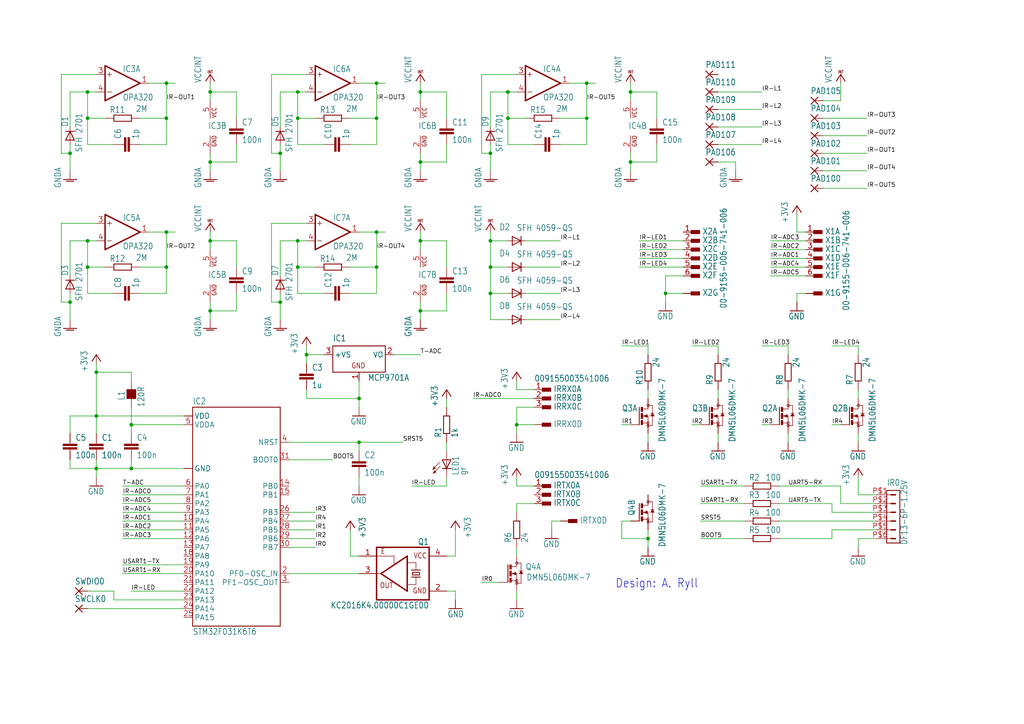
<source format=kicad_sch>
(kicad_sch (version 20250114) (generator "eeschema") (generator_version "9.0")
  (paper "A4")
  (text "Design: A. Ryll" (at 178.435 170.815 0) (effects (font (size 2.54 2.159)) (justify left bottom)))
  (junction (at 60.96 90.17))
  (junction (at 27.94 120.65))
  (junction (at 149.86 123.19))
  (junction (at 182.88 26.67))
  (junction (at 142.24 85.09))
  (junction (at 147.32 26.67))
  (junction (at 88.9 102.87))
  (junction (at 38.1 123.19))
  (junction (at 142.24 69.85))
  (junction (at 187.96 156.21))
  (junction (at 170.18 24.13))
  (junction (at 193.04 85.09))
  (junction (at 147.32 34.29))
  (junction (at 109.22 67.31))
  (junction (at 27.94 135.89))
  (junction (at 38.1 135.89))
  (junction (at 121.92 90.17))
  (junction (at 170.18 34.29))
  (junction (at 81.28 87.63))
  (junction (at 121.92 26.67))
  (junction (at 86.36 34.29))
  (junction (at 182.88 46.99))
  (junction (at 48.26 67.31))
  (junction (at 20.32 44.45))
  (junction (at 142.24 44.45))
  (junction (at 60.96 69.85))
  (junction (at 104.14 128.27))
  (junction (at 25.4 69.85))
  (junction (at 121.92 69.85))
  (junction (at 104.14 115.57))
  (junction (at 60.96 26.67))
  (junction (at 86.36 69.85))
  (junction (at 81.28 44.45))
  (junction (at 142.24 77.47))
  (junction (at 20.32 87.63))
  (junction (at 48.26 77.47))
  (junction (at 86.36 26.67))
  (junction (at 27.94 107.95))
  (junction (at 109.22 24.13))
  (junction (at 86.36 77.47))
  (junction (at 121.92 46.99))
  (junction (at 25.4 26.67))
  (junction (at 25.4 34.29))
  (junction (at 48.26 34.29))
  (junction (at 60.96 46.99))
  (junction (at 25.4 77.47))
  (junction (at 109.22 77.47))
  (junction (at 48.26 24.13))
  (junction (at 109.22 34.29))
  (wire (pts (xy 142.24 92.71) (xy 142.24 85.09)) (stroke (width 0.1524)))
  (wire (pts (xy 81.28 26.67) (xy 86.36 26.67)) (stroke (width 0.1524)))
  (wire (pts (xy 152.4 85.09) (xy 162.56 85.09)) (stroke (width 0.1524)))
  (wire (pts (xy 215.9 140.97) (xy 203.2 140.97)) (stroke (width 0.1524)))
  (wire (pts (xy 53.34 120.65) (xy 27.94 120.65)) (stroke (width 0.1524)))
  (wire (pts (xy 25.4 69.85) (xy 27.94 69.85)) (stroke (width 0.1524)))
  (wire (pts (xy 149.86 118.11) (xy 149.86 123.19)) (stroke (width 0.1524)))
  (wire (pts (xy 190.5 46.99) (xy 190.5 41.91)) (stroke (width 0.1524)))
  (wire (pts (xy 243.84 140.97) (xy 243.84 146.05)) (stroke (width 0.1524)))
  (wire (pts (xy 20.32 44.45) (xy 20.32 41.91)) (stroke (width 0.1524)))
  (wire (pts (xy 149.86 173.99) (xy 149.86 171.45)) (stroke (width 0.1524)))
  (wire (pts (xy 142.24 49.53) (xy 142.24 44.45)) (stroke (width 0.1524)))
  (wire (pts (xy 27.94 107.95) (xy 27.94 105.41)) (stroke (width 0.1524)))
  (wire (pts (xy 170.18 24.13) (xy 172.72 24.13)) (stroke (width 0.1524)))
  (wire (pts (xy 198.12 74.93) (xy 185.42 74.93)) (stroke (width 0.1524)))
  (wire (pts (xy 68.58 90.17) (xy 68.58 85.09)) (stroke (width 0.1524)))
  (wire (pts (xy 83.82 151.13) (xy 91.44 151.13)) (stroke (width 0.1524)))
  (wire (pts (xy 243.84 29.21) (xy 243.84 24.13)) (stroke (width 0.1524)))
  (wire (pts (xy 228.6 128.27) (xy 228.6 125.73)) (stroke (width 0.1524)))
  (wire (pts (xy 162.56 34.29) (xy 170.18 34.29)) (stroke (width 0.1524)))
  (wire (pts (xy 142.24 77.47) (xy 142.24 69.85)) (stroke (width 0.1524)))
  (wire (pts (xy 190.5 26.67) (xy 182.88 26.67)) (stroke (width 0.1524)))
  (wire (pts (xy 104.14 140.97) (xy 104.14 138.43)) (stroke (width 0.1524)))
  (wire (pts (xy 83.82 128.27) (xy 104.14 128.27)) (stroke (width 0.1524)))
  (wire (pts (xy 198.12 77.47) (xy 185.42 77.47)) (stroke (width 0.1524)))
  (wire (pts (xy 187.96 100.33) (xy 180.34 100.33)) (stroke (width 0.1524)))
  (wire (pts (xy 60.96 26.67) (xy 60.96 29.21)) (stroke (width 0.1524)))
  (wire (pts (xy 109.22 67.31) (xy 111.76 67.31)) (stroke (width 0.1524)))
  (wire (pts (xy 121.92 46.99) (xy 129.54 46.99)) (stroke (width 0.1524)))
  (wire (pts (xy 154.94 113.03) (xy 149.86 113.03)) (stroke (width 0.1524)))
  (wire (pts (xy 33.02 85.09) (xy 25.4 85.09)) (stroke (width 0.1524)))
  (wire (pts (xy 129.54 115.57) (xy 129.54 118.11)) (stroke (width 0.1524)))
  (wire (pts (xy 193.04 80.01) (xy 193.04 85.09)) (stroke (width 0.1524)))
  (wire (pts (xy 25.4 171.45) (xy 33.02 171.45)) (stroke (width 0.1524)))
  (wire (pts (xy 121.92 26.67) (xy 121.92 24.13)) (stroke (width 0.1524)))
  (wire (pts (xy 154.94 146.05) (xy 149.86 146.05)) (stroke (width 0.1524)))
  (wire (pts (xy 149.86 161.29) (xy 149.86 158.75)) (stroke (width 0.1524)))
  (wire (pts (xy 254 156.21) (xy 248.92 156.21)) (stroke (width 0.1524)))
  (wire (pts (xy 213.36 46.99) (xy 213.36 49.53)) (stroke (width 0.1524)))
  (wire (pts (xy 53.34 171.45) (xy 38.1 171.45)) (stroke (width 0.1524)))
  (wire (pts (xy 121.92 49.53) (xy 121.92 46.99)) (stroke (width 0.1524)))
  (wire (pts (xy 109.22 24.13) (xy 104.14 24.13)) (stroke (width 0.1524)))
  (wire (pts (xy 228.6 115.57) (xy 228.6 113.03)) (stroke (width 0.1524)))
  (wire (pts (xy 48.26 24.13) (xy 43.18 24.13)) (stroke (width 0.1524)))
  (wire (pts (xy 248.92 156.21) (xy 248.92 158.75)) (stroke (width 0.1524)))
  (wire (pts (xy 20.32 80.01) (xy 20.32 69.85)) (stroke (width 0.1524)))
  (wire (pts (xy 238.76 49.53) (xy 251.46 49.53)) (stroke (width 0.1524)))
  (wire (pts (xy 187.96 156.21) (xy 180.34 156.21)) (stroke (width 0.1524)))
  (wire (pts (xy 83.82 156.21) (xy 91.44 156.21)) (stroke (width 0.1524)))
  (wire (pts (xy 101.6 161.29) (xy 101.6 153.67)) (stroke (width 0.1524)))
  (wire (pts (xy 109.22 67.31) (xy 104.14 67.31)) (stroke (width 0.1524)))
  (wire (pts (xy 208.28 36.83) (xy 220.98 36.83)) (stroke (width 0.1524)))
  (wire (pts (xy 139.7 21.59) (xy 149.86 21.59)) (stroke (width 0.1524)))
  (wire (pts (xy 86.36 77.47) (xy 86.36 69.85)) (stroke (width 0.1524)))
  (wire (pts (xy 147.32 34.29) (xy 147.32 26.67)) (stroke (width 0.1524)))
  (wire (pts (xy 101.6 77.47) (xy 109.22 77.47)) (stroke (width 0.1524)))
  (wire (pts (xy 48.26 34.29) (xy 48.26 24.13)) (stroke (width 0.1524)))
  (wire (pts (xy 203.2 123.19) (xy 200.66 123.19)) (stroke (width 0.1524)))
  (wire (pts (xy 149.86 113.03) (xy 149.86 110.49)) (stroke (width 0.1524)))
  (wire (pts (xy 182.88 46.99) (xy 182.88 44.45)) (stroke (width 0.1524)))
  (wire (pts (xy 60.96 90.17) (xy 60.96 87.63)) (stroke (width 0.1524)))
  (wire (pts (xy 208.28 46.99) (xy 213.36 46.99)) (stroke (width 0.1524)))
  (wire (pts (xy 33.02 41.91) (xy 25.4 41.91)) (stroke (width 0.1524)))
  (wire (pts (xy 154.94 140.97) (xy 149.86 140.97)) (stroke (width 0.1524)))
  (wire (pts (xy 187.96 102.87) (xy 187.96 100.33)) (stroke (width 0.1524)))
  (wire (pts (xy 38.1 118.11) (xy 38.1 123.19)) (stroke (width 0.1524)))
  (wire (pts (xy 104.14 118.11) (xy 104.14 115.57)) (stroke (width 0.1524)))
  (wire (pts (xy 68.58 26.67) (xy 60.96 26.67)) (stroke (width 0.1524)))
  (wire (pts (xy 20.32 135.89) (xy 20.32 133.35)) (stroke (width 0.1524)))
  (wire (pts (xy 60.96 90.17) (xy 68.58 90.17)) (stroke (width 0.1524)))
  (wire (pts (xy 208.28 115.57) (xy 208.28 113.03)) (stroke (width 0.1524)))
  (wire (pts (xy 129.54 138.43) (xy 129.54 140.97)) (stroke (width 0.1524)))
  (wire (pts (xy 142.24 44.45) (xy 139.7 44.45)) (stroke (width 0.1524)))
  (wire (pts (xy 254 148.59) (xy 241.3 148.59)) (stroke (width 0.1524)))
  (wire (pts (xy 198.12 80.01) (xy 193.04 80.01)) (stroke (width 0.1524)))
  (wire (pts (xy 248.92 128.27) (xy 248.92 125.73)) (stroke (width 0.1524)))
  (wire (pts (xy 25.4 26.67) (xy 27.94 26.67)) (stroke (width 0.1524)))
  (wire (pts (xy 226.06 151.13) (xy 254 151.13)) (stroke (width 0.1524)))
  (wire (pts (xy 142.24 69.85) (xy 142.24 67.31)) (stroke (width 0.1524)))
  (wire (pts (xy 104.14 166.37) (xy 83.82 166.37)) (stroke (width 0.1524)))
  (wire (pts (xy 27.94 107.95) (xy 27.94 120.65)) (stroke (width 0.1524)))
  (wire (pts (xy 27.94 135.89) (xy 20.32 135.89)) (stroke (width 0.1524)))
  (wire (pts (xy 25.4 34.29) (xy 25.4 26.67)) (stroke (width 0.1524)))
  (wire (pts (xy 223.52 123.19) (xy 220.98 123.19)) (stroke (width 0.1524)))
  (wire (pts (xy 53.34 146.05) (xy 35.56 146.05)) (stroke (width 0.1524)))
  (wire (pts (xy 78.74 21.59) (xy 88.9 21.59)) (stroke (width 0.1524)))
  (wire (pts (xy 139.7 44.45) (xy 139.7 21.59)) (stroke (width 0.1524)))
  (wire (pts (xy 190.5 34.29) (xy 190.5 26.67)) (stroke (width 0.1524)))
  (wire (pts (xy 129.54 130.81) (xy 129.54 128.27)) (stroke (width 0.1524)))
  (wire (pts (xy 83.82 133.35) (xy 96.52 133.35)) (stroke (width 0.1524)))
  (wire (pts (xy 104.14 161.29) (xy 101.6 161.29)) (stroke (width 0.1524)))
  (wire (pts (xy 254 143.51) (xy 248.92 143.51)) (stroke (width 0.1524)))
  (wire (pts (xy 226.06 140.97) (xy 243.84 140.97)) (stroke (width 0.1524)))
  (wire (pts (xy 81.28 36.83) (xy 81.28 26.67)) (stroke (width 0.1524)))
  (wire (pts (xy 91.44 77.47) (xy 86.36 77.47)) (stroke (width 0.1524)))
  (wire (pts (xy 81.28 87.63) (xy 78.74 87.63)) (stroke (width 0.1524)))
  (wire (pts (xy 38.1 135.89) (xy 38.1 133.35)) (stroke (width 0.1524)))
  (wire (pts (xy 109.22 41.91) (xy 109.22 34.29)) (stroke (width 0.1524)))
  (wire (pts (xy 215.9 146.05) (xy 203.2 146.05)) (stroke (width 0.1524)))
  (wire (pts (xy 48.26 41.91) (xy 48.26 34.29)) (stroke (width 0.1524)))
  (wire (pts (xy 38.1 110.49) (xy 38.1 107.95)) (stroke (width 0.1524)))
  (wire (pts (xy 154.94 41.91) (xy 147.32 41.91)) (stroke (width 0.1524)))
  (wire (pts (xy 20.32 49.53) (xy 20.32 44.45)) (stroke (width 0.1524)))
  (wire (pts (xy 231.14 85.09) (xy 231.14 87.63)) (stroke (width 0.1524)))
  (wire (pts (xy 78.74 87.63) (xy 78.74 64.77)) (stroke (width 0.1524)))
  (wire (pts (xy 27.94 135.89) (xy 27.94 133.35)) (stroke (width 0.1524)))
  (wire (pts (xy 27.94 125.73) (xy 27.94 120.65)) (stroke (width 0.1524)))
  (wire (pts (xy 68.58 77.47) (xy 68.58 69.85)) (stroke (width 0.1524)))
  (wire (pts (xy 198.12 72.39) (xy 185.42 72.39)) (stroke (width 0.1524)))
  (wire (pts (xy 83.82 158.75) (xy 91.44 158.75)) (stroke (width 0.1524)))
  (wire (pts (xy 104.14 130.81) (xy 104.14 128.27)) (stroke (width 0.1524)))
  (wire (pts (xy 53.34 151.13) (xy 35.56 151.13)) (stroke (width 0.1524)))
  (wire (pts (xy 147.32 85.09) (xy 142.24 85.09)) (stroke (width 0.1524)))
  (wire (pts (xy 40.64 77.47) (xy 48.26 77.47)) (stroke (width 0.1524)))
  (wire (pts (xy 40.64 41.91) (xy 48.26 41.91)) (stroke (width 0.1524)))
  (wire (pts (xy 48.26 85.09) (xy 48.26 77.47)) (stroke (width 0.1524)))
  (wire (pts (xy 238.76 34.29) (xy 251.46 34.29)) (stroke (width 0.1524)))
  (wire (pts (xy 20.32 44.45) (xy 17.78 44.45)) (stroke (width 0.1524)))
  (wire (pts (xy 38.1 135.89) (xy 27.94 135.89)) (stroke (width 0.1524)))
  (wire (pts (xy 152.4 92.71) (xy 162.56 92.71)) (stroke (width 0.1524)))
  (wire (pts (xy 53.34 140.97) (xy 35.56 140.97)) (stroke (width 0.1524)))
  (wire (pts (xy 20.32 125.73) (xy 20.32 120.65)) (stroke (width 0.1524)))
  (wire (pts (xy 241.3 148.59) (xy 241.3 146.05)) (stroke (width 0.1524)))
  (wire (pts (xy 83.82 148.59) (xy 91.44 148.59)) (stroke (width 0.1524)))
  (wire (pts (xy 78.74 64.77) (xy 88.9 64.77)) (stroke (width 0.1524)))
  (wire (pts (xy 142.24 36.83) (xy 142.24 26.67)) (stroke (width 0.1524)))
  (wire (pts (xy 241.3 156.21) (xy 226.06 156.21)) (stroke (width 0.1524)))
  (wire (pts (xy 81.28 69.85) (xy 86.36 69.85)) (stroke (width 0.1524)))
  (wire (pts (xy 40.64 34.29) (xy 48.26 34.29)) (stroke (width 0.1524)))
  (wire (pts (xy 81.28 87.63) (xy 81.28 85.09)) (stroke (width 0.1524)))
  (wire (pts (xy 68.58 34.29) (xy 68.58 26.67)) (stroke (width 0.1524)))
  (wire (pts (xy 215.9 151.13) (xy 203.2 151.13)) (stroke (width 0.1524)))
  (wire (pts (xy 88.9 115.57) (xy 88.9 113.03)) (stroke (width 0.1524)))
  (wire (pts (xy 238.76 54.61) (xy 251.46 54.61)) (stroke (width 0.1524)))
  (wire (pts (xy 182.88 46.99) (xy 190.5 46.99)) (stroke (width 0.1524)))
  (wire (pts (xy 129.54 140.97) (xy 119.38 140.97)) (stroke (width 0.1524)))
  (wire (pts (xy 129.54 46.99) (xy 129.54 41.91)) (stroke (width 0.1524)))
  (wire (pts (xy 20.32 120.65) (xy 27.94 120.65)) (stroke (width 0.1524)))
  (wire (pts (xy 88.9 102.87) (xy 88.9 100.33)) (stroke (width 0.1524)))
  (wire (pts (xy 248.92 100.33) (xy 241.3 100.33)) (stroke (width 0.1524)))
  (wire (pts (xy 132.08 171.45) (xy 132.08 173.99)) (stroke (width 0.1524)))
  (wire (pts (xy 53.34 176.53) (xy 25.4 176.53)) (stroke (width 0.1524)))
  (wire (pts (xy 228.6 100.33) (xy 220.98 100.33)) (stroke (width 0.1524)))
  (wire (pts (xy 187.96 115.57) (xy 187.96 113.03)) (stroke (width 0.1524)))
  (wire (pts (xy 91.44 34.29) (xy 86.36 34.29)) (stroke (width 0.1524)))
  (wire (pts (xy 154.94 118.11) (xy 149.86 118.11)) (stroke (width 0.1524)))
  (wire (pts (xy 78.74 44.45) (xy 78.74 21.59)) (stroke (width 0.1524)))
  (wire (pts (xy 129.54 34.29) (xy 129.54 26.67)) (stroke (width 0.1524)))
  (wire (pts (xy 86.36 85.09) (xy 86.36 77.47)) (stroke (width 0.1524)))
  (wire (pts (xy 53.34 143.51) (xy 35.56 143.51)) (stroke (width 0.1524)))
  (wire (pts (xy 33.02 173.99) (xy 53.34 173.99)) (stroke (width 0.1524)))
  (wire (pts (xy 60.96 46.99) (xy 68.58 46.99)) (stroke (width 0.1524)))
  (wire (pts (xy 121.92 90.17) (xy 121.92 87.63)) (stroke (width 0.1524)))
  (wire (pts (xy 162.56 151.13) (xy 160.02 151.13)) (stroke (width 0.1524)))
  (wire (pts (xy 86.36 34.29) (xy 86.36 26.67)) (stroke (width 0.1524)))
  (wire (pts (xy 215.9 156.21) (xy 203.2 156.21)) (stroke (width 0.1524)))
  (wire (pts (xy 48.26 24.13) (xy 50.8 24.13)) (stroke (width 0.1524)))
  (wire (pts (xy 182.88 26.67) (xy 182.88 29.21)) (stroke (width 0.1524)))
  (wire (pts (xy 109.22 24.13) (xy 111.76 24.13)) (stroke (width 0.1524)))
  (wire (pts (xy 233.68 77.47) (xy 223.52 77.47)) (stroke (width 0.1524)))
  (wire (pts (xy 17.78 87.63) (xy 17.78 64.77)) (stroke (width 0.1524)))
  (wire (pts (xy 109.22 85.09) (xy 109.22 77.47)) (stroke (width 0.1524)))
  (wire (pts (xy 233.68 80.01) (xy 223.52 80.01)) (stroke (width 0.1524)))
  (wire (pts (xy 182.88 49.53) (xy 182.88 46.99)) (stroke (width 0.1524)))
  (wire (pts (xy 233.68 74.93) (xy 223.52 74.93)) (stroke (width 0.1524)))
  (wire (pts (xy 147.32 41.91) (xy 147.32 34.29)) (stroke (width 0.1524)))
  (wire (pts (xy 162.56 41.91) (xy 170.18 41.91)) (stroke (width 0.1524)))
  (wire (pts (xy 231.14 67.31) (xy 231.14 62.23)) (stroke (width 0.1524)))
  (wire (pts (xy 60.96 69.85) (xy 60.96 72.39)) (stroke (width 0.1524)))
  (wire (pts (xy 182.88 123.19) (xy 180.34 123.19)) (stroke (width 0.1524)))
  (wire (pts (xy 248.92 143.51) (xy 248.92 138.43)) (stroke (width 0.1524)))
  (wire (pts (xy 121.92 69.85) (xy 121.92 72.39)) (stroke (width 0.1524)))
  (wire (pts (xy 53.34 135.89) (xy 38.1 135.89)) (stroke (width 0.1524)))
  (wire (pts (xy 86.36 26.67) (xy 88.9 26.67)) (stroke (width 0.1524)))
  (wire (pts (xy 60.96 69.85) (xy 60.96 67.31)) (stroke (width 0.1524)))
  (wire (pts (xy 248.92 115.57) (xy 248.92 113.03)) (stroke (width 0.1524)))
  (wire (pts (xy 193.04 85.09) (xy 193.04 87.63)) (stroke (width 0.1524)))
  (wire (pts (xy 86.36 41.91) (xy 86.36 34.29)) (stroke (width 0.1524)))
  (wire (pts (xy 241.3 153.67) (xy 241.3 156.21)) (stroke (width 0.1524)))
  (wire (pts (xy 88.9 102.87) (xy 88.9 105.41)) (stroke (width 0.1524)))
  (wire (pts (xy 241.3 146.05) (xy 226.06 146.05)) (stroke (width 0.1524)))
  (wire (pts (xy 144.78 168.91) (xy 139.7 168.91)) (stroke (width 0.1524)))
  (wire (pts (xy 101.6 85.09) (xy 109.22 85.09)) (stroke (width 0.1524)))
  (wire (pts (xy 20.32 26.67) (xy 25.4 26.67)) (stroke (width 0.1524)))
  (wire (pts (xy 132.08 161.29) (xy 132.08 153.67)) (stroke (width 0.1524)))
  (wire (pts (xy 180.34 156.21) (xy 180.34 151.13)) (stroke (width 0.1524)))
  (wire (pts (xy 160.02 151.13) (xy 160.02 153.67)) (stroke (width 0.1524)))
  (wire (pts (xy 60.96 46.99) (xy 60.96 44.45)) (stroke (width 0.1524)))
  (wire (pts (xy 208.28 31.75) (xy 220.98 31.75)) (stroke (width 0.1524)))
  (wire (pts (xy 129.54 69.85) (xy 121.92 69.85)) (stroke (width 0.1524)))
  (wire (pts (xy 68.58 46.99) (xy 68.58 41.91)) (stroke (width 0.1524)))
  (wire (pts (xy 233.68 69.85) (xy 223.52 69.85)) (stroke (width 0.1524)))
  (wire (pts (xy 142.24 26.67) (xy 147.32 26.67)) (stroke (width 0.1524)))
  (wire (pts (xy 25.4 85.09) (xy 25.4 77.47)) (stroke (width 0.1524)))
  (wire (pts (xy 152.4 34.29) (xy 147.32 34.29)) (stroke (width 0.1524)))
  (wire (pts (xy 198.12 69.85) (xy 185.42 69.85)) (stroke (width 0.1524)))
  (wire (pts (xy 48.26 67.31) (xy 43.18 67.31)) (stroke (width 0.1524)))
  (wire (pts (xy 121.92 26.67) (xy 121.92 29.21)) (stroke (width 0.1524)))
  (wire (pts (xy 142.24 85.09) (xy 142.24 77.47)) (stroke (width 0.1524)))
  (wire (pts (xy 243.84 123.19) (xy 241.3 123.19)) (stroke (width 0.1524)))
  (wire (pts (xy 53.34 153.67) (xy 35.56 153.67)) (stroke (width 0.1524)))
  (wire (pts (xy 154.94 123.19) (xy 149.86 123.19)) (stroke (width 0.1524)))
  (wire (pts (xy 60.96 92.71) (xy 60.96 90.17)) (stroke (width 0.1524)))
  (wire (pts (xy 38.1 107.95) (xy 27.94 107.95)) (stroke (width 0.1524)))
  (wire (pts (xy 129.54 90.17) (xy 129.54 85.09)) (stroke (width 0.1524)))
  (wire (pts (xy 93.98 102.87) (xy 88.9 102.87)) (stroke (width 0.1524)))
  (wire (pts (xy 233.68 67.31) (xy 231.14 67.31)) (stroke (width 0.1524)))
  (wire (pts (xy 17.78 44.45) (xy 17.78 21.59)) (stroke (width 0.1524)))
  (wire (pts (xy 147.32 69.85) (xy 142.24 69.85)) (stroke (width 0.1524)))
  (wire (pts (xy 109.22 77.47) (xy 109.22 67.31)) (stroke (width 0.1524)))
  (wire (pts (xy 17.78 21.59) (xy 27.94 21.59)) (stroke (width 0.1524)))
  (wire (pts (xy 228.6 102.87) (xy 228.6 100.33)) (stroke (width 0.1524)))
  (wire (pts (xy 142.24 44.45) (xy 142.24 41.91)) (stroke (width 0.1524)))
  (wire (pts (xy 129.54 77.47) (xy 129.54 69.85)) (stroke (width 0.1524)))
  (wire (pts (xy 254 153.67) (xy 241.3 153.67)) (stroke (width 0.1524)))
  (wire (pts (xy 208.28 26.67) (xy 220.98 26.67)) (stroke (width 0.1524)))
  (wire (pts (xy 53.34 156.21) (xy 35.56 156.21)) (stroke (width 0.1524)))
  (wire (pts (xy 48.26 67.31) (xy 50.8 67.31)) (stroke (width 0.1524)))
  (wire (pts (xy 114.3 102.87) (xy 121.92 102.87)) (stroke (width 0.1524)))
  (wire (pts (xy 147.32 77.47) (xy 142.24 77.47)) (stroke (width 0.1524)))
  (wire (pts (xy 187.96 158.75) (xy 187.96 156.21)) (stroke (width 0.1524)))
  (wire (pts (xy 81.28 80.01) (xy 81.28 69.85)) (stroke (width 0.1524)))
  (wire (pts (xy 30.48 77.47) (xy 25.4 77.47)) (stroke (width 0.1524)))
  (wire (pts (xy 109.22 34.29) (xy 109.22 24.13)) (stroke (width 0.1524)))
  (wire (pts (xy 208.28 41.91) (xy 220.98 41.91)) (stroke (width 0.1524)))
  (wire (pts (xy 17.78 64.77) (xy 27.94 64.77)) (stroke (width 0.1524)))
  (wire (pts (xy 25.4 77.47) (xy 25.4 69.85)) (stroke (width 0.1524)))
  (wire (pts (xy 152.4 77.47) (xy 162.56 77.47)) (stroke (width 0.1524)))
  (wire (pts (xy 147.32 92.71) (xy 142.24 92.71)) (stroke (width 0.1524)))
  (wire (pts (xy 182.88 26.67) (xy 182.88 24.13)) (stroke (width 0.1524)))
  (wire (pts (xy 68.58 69.85) (xy 60.96 69.85)) (stroke (width 0.1524)))
  (wire (pts (xy 243.84 146.05) (xy 254 146.05)) (stroke (width 0.1524)))
  (wire (pts (xy 149.86 140.97) (xy 149.86 138.43)) (stroke (width 0.1524)))
  (wire (pts (xy 180.34 151.13) (xy 182.88 151.13)) (stroke (width 0.1524)))
  (wire (pts (xy 198.12 85.09) (xy 193.04 85.09)) (stroke (width 0.1524)))
  (wire (pts (xy 238.76 39.37) (xy 251.46 39.37)) (stroke (width 0.1524)))
  (wire (pts (xy 60.96 26.67) (xy 60.96 24.13)) (stroke (width 0.1524)))
  (wire (pts (xy 33.02 171.45) (xy 33.02 173.99)) (stroke (width 0.1524)))
  (wire (pts (xy 170.18 24.13) (xy 165.1 24.13)) (stroke (width 0.1524)))
  (wire (pts (xy 53.34 166.37) (xy 35.56 166.37)) (stroke (width 0.1524)))
  (wire (pts (xy 25.4 41.91) (xy 25.4 34.29)) (stroke (width 0.1524)))
  (wire (pts (xy 93.98 85.09) (xy 86.36 85.09)) (stroke (width 0.1524)))
  (wire (pts (xy 147.32 26.67) (xy 149.86 26.67)) (stroke (width 0.1524)))
  (wire (pts (xy 149.86 146.05) (xy 149.86 148.59)) (stroke (width 0.1524)))
  (wire (pts (xy 86.36 69.85) (xy 88.9 69.85)) (stroke (width 0.1524)))
  (wire (pts (xy 27.94 138.43) (xy 27.94 135.89)) (stroke (width 0.1524)))
  (wire (pts (xy 38.1 123.19) (xy 38.1 125.73)) (stroke (width 0.1524)))
  (wire (pts (xy 208.28 100.33) (xy 200.66 100.33)) (stroke (width 0.1524)))
  (wire (pts (xy 20.32 69.85) (xy 25.4 69.85)) (stroke (width 0.1524)))
  (wire (pts (xy 81.28 44.45) (xy 81.28 41.91)) (stroke (width 0.1524)))
  (wire (pts (xy 101.6 34.29) (xy 109.22 34.29)) (stroke (width 0.1524)))
  (wire (pts (xy 149.86 123.19) (xy 149.86 125.73)) (stroke (width 0.1524)))
  (wire (pts (xy 60.96 49.53) (xy 60.96 46.99)) (stroke (width 0.1524)))
  (wire (pts (xy 81.28 92.71) (xy 81.28 87.63)) (stroke (width 0.1524)))
  (wire (pts (xy 40.64 85.09) (xy 48.26 85.09)) (stroke (width 0.1524)))
  (wire (pts (xy 170.18 41.91) (xy 170.18 34.29)) (stroke (width 0.1524)))
  (wire (pts (xy 101.6 41.91) (xy 109.22 41.91)) (stroke (width 0.1524)))
  (wire (pts (xy 170.18 34.29) (xy 170.18 24.13)) (stroke (width 0.1524)))
  (wire (pts (xy 53.34 123.19) (xy 38.1 123.19)) (stroke (width 0.1524)))
  (wire (pts (xy 208.28 102.87) (xy 208.28 100.33)) (stroke (width 0.1524)))
  (wire (pts (xy 154.94 115.57) (xy 137.16 115.57)) (stroke (width 0.1524)))
  (wire (pts (xy 30.48 34.29) (xy 25.4 34.29)) (stroke (width 0.1524)))
  (wire (pts (xy 20.32 87.63) (xy 20.32 85.09)) (stroke (width 0.1524)))
  (wire (pts (xy 238.76 44.45) (xy 251.46 44.45)) (stroke (width 0.1524)))
  (wire (pts (xy 104.14 115.57) (xy 88.9 115.57)) (stroke (width 0.1524)))
  (wire (pts (xy 53.34 148.59) (xy 35.56 148.59)) (stroke (width 0.1524)))
  (wire (pts (xy 121.92 92.71) (xy 121.92 90.17)) (stroke (width 0.1524)))
  (wire (pts (xy 93.98 41.91) (xy 86.36 41.91)) (stroke (width 0.1524)))
  (wire (pts (xy 233.68 85.09) (xy 231.14 85.09)) (stroke (width 0.1524)))
  (wire (pts (xy 121.92 90.17) (xy 129.54 90.17)) (stroke (width 0.1524)))
  (wire (pts (xy 53.34 163.83) (xy 35.56 163.83)) (stroke (width 0.1524)))
  (wire (pts (xy 248.92 102.87) (xy 248.92 100.33)) (stroke (width 0.1524)))
  (wire (pts (xy 152.4 69.85) (xy 162.56 69.85)) (stroke (width 0.1524)))
  (wire (pts (xy 81.28 49.53) (xy 81.28 44.45)) (stroke (width 0.1524)))
  (wire (pts (xy 20.32 92.71) (xy 20.32 87.63)) (stroke (width 0.1524)))
  (wire (pts (xy 129.54 161.29) (xy 132.08 161.29)) (stroke (width 0.1524)))
  (wire (pts (xy 121.92 69.85) (xy 121.92 67.31)) (stroke (width 0.1524)))
  (wire (pts (xy 81.28 44.45) (xy 78.74 44.45)) (stroke (width 0.1524)))
  (wire (pts (xy 238.76 29.21) (xy 243.84 29.21)) (stroke (width 0.1524)))
  (wire (pts (xy 104.14 115.57) (xy 104.14 110.49)) (stroke (width 0.1524)))
  (wire (pts (xy 20.32 36.83) (xy 20.32 26.67)) (stroke (width 0.1524)))
  (wire (pts (xy 208.28 128.27) (xy 208.28 125.73)) (stroke (width 0.1524)))
  (wire (pts (xy 83.82 153.67) (xy 91.44 153.67)) (stroke (width 0.1524)))
  (wire (pts (xy 187.96 156.21) (xy 187.96 153.67)) (stroke (width 0.1524)))
  (wire (pts (xy 129.54 26.67) (xy 121.92 26.67)) (stroke (width 0.1524)))
  (wire (pts (xy 121.92 46.99) (xy 121.92 44.45)) (stroke (width 0.1524)))
  (wire (pts (xy 129.54 171.45) (xy 132.08 171.45)) (stroke (width 0.1524)))
  (wire (pts (xy 48.26 77.47) (xy 48.26 67.31)) (stroke (width 0.1524)))
  (wire (pts (xy 233.68 72.39) (xy 223.52 72.39)) (stroke (width 0.1524)))
  (wire (pts (xy 187.96 128.27) (xy 187.96 125.73)) (stroke (width 0.1524)))
  (wire (pts (xy 104.14 128.27) (xy 116.84 128.27)) (stroke (width 0.1524)))
  (wire (pts (xy 20.32 87.63) (xy 17.78 87.63)) (stroke (width 0.1524)))
  (label "IR1" (at 180.34 123.19 0) (effects (font (size 1.2446 1.2446))))
  (label "IR-OUT3" (at 109.22 29.21 0) (effects (font (size 1.2446 1.2446))))
  (label "IR-ADC0" (at 35.56 143.51 0) (effects (font (size 1.2446 1.2446))))
  (label "IR-ADC1" (at 223.52 74.93 0) (effects (font (size 1.2446 1.2446))))
  (label "IR-OUT5" (at 251.46 54.61 0) (effects (font (size 1.2446 1.2446))))
  (label "IR-LED2" (at 200.66 100.33 0) (effects (font (size 1.2446 1.2446))))
  (label "IR3" (at 91.44 148.59 0) (effects (font (size 1.2446 1.2446))))
  (label "IR-L4" (at 162.56 92.71 0) (effects (font (size 1.2446 1.2446))))
  (label "IR-LED3" (at 185.42 74.93 0) (effects (font (size 1.2446 1.2446))))
  (label "IR-ADC3" (at 223.52 69.85 0) (effects (font (size 1.2446 1.2446))))
  (label "IR4" (at 241.3 123.19 0) (effects (font (size 1.2446 1.2446))))
  (label "IR-ADC4" (at 223.52 77.47 0) (effects (font (size 1.2446 1.2446))))
  (label "IR-LED4" (at 185.42 77.47 0) (effects (font (size 1.2446 1.2446))))
  (label "IR2" (at 200.66 123.19 0) (effects (font (size 1.2446 1.2446))))
  (label "UART5-RX" (at 228.6 140.97 0) (effects (font (size 1.2446 1.2446))))
  (label "IR-ADC5" (at 223.52 80.01 0) (effects (font (size 1.2446 1.2446))))
  (label "IR-L2" (at 220.98 31.75 0) (effects (font (size 1.2446 1.2446))))
  (label "IR-ADC1" (at 35.56 151.13 0) (effects (font (size 1.2446 1.2446))))
  (label "IR-LED2" (at 185.42 72.39 0) (effects (font (size 1.2446 1.2446))))
  (label "IR-OUT4" (at 251.46 49.53 0) (effects (font (size 1.2446 1.2446))))
  (label "IR-L2" (at 162.56 77.47 0) (effects (font (size 1.2446 1.2446))))
  (label "IR-L4" (at 220.98 41.91 0) (effects (font (size 1.2446 1.2446))))
  (label "IR-LED4" (at 241.3 100.33 0) (effects (font (size 1.2446 1.2446))))
  (label "IR-ADC0" (at 137.16 115.57 0) (effects (font (size 1.2446 1.2446))))
  (label "IR3" (at 220.98 123.19 0) (effects (font (size 1.2446 1.2446))))
  (label "IR-OUT5" (at 170.18 29.21 0) (effects (font (size 1.2446 1.2446))))
  (label "IR-ADC3" (at 35.56 156.21 0) (effects (font (size 1.2446 1.2446))))
  (label "IR-ADC2" (at 35.56 153.67 0) (effects (font (size 1.2446 1.2446))))
  (label "T-ADC" (at 121.92 102.87 0) (effects (font (size 1.2446 1.2446))))
  (label "IR-LED3" (at 220.98 100.33 0) (effects (font (size 1.2446 1.2446))))
  (label "IR-LED1" (at 185.42 69.85 0) (effects (font (size 1.2446 1.2446))))
  (label "IR-LED" (at 38.1 171.45 0) (effects (font (size 1.2446 1.2446))))
  (label "SRST5" (at 116.84 128.27 0) (effects (font (size 1.2446 1.2446))))
  (label "IR-ADC5" (at 35.56 146.05 0) (effects (font (size 1.2446 1.2446))))
  (label "T-ADC" (at 35.56 140.97 0) (effects (font (size 1.2446 1.2446))))
  (label "UART5-TX" (at 228.6 146.05 0) (effects (font (size 1.2446 1.2446))))
  (label "IR-L1" (at 220.98 26.67 0) (effects (font (size 1.2446 1.2446))))
  (label "IR-OUT1" (at 48.26 29.21 0) (effects (font (size 1.2446 1.2446))))
  (label "IR-OUT2" (at 48.26 72.39 0) (effects (font (size 1.2446 1.2446))))
  (label "IR0" (at 139.7 168.91 0) (effects (font (size 1.2446 1.2446))))
  (label "IR-LED1" (at 180.34 100.33 0) (effects (font (size 1.2446 1.2446))))
  (label "IR-LED" (at 119.38 140.97 0) (effects (font (size 1.2446 1.2446))))
  (label "IR-OUT4" (at 109.22 72.39 0) (effects (font (size 1.2446 1.2446))))
  (label "IR1" (at 91.44 153.67 0) (effects (font (size 1.2446 1.2446))))
  (label "SRST5" (at 203.2 151.13 0) (effects (font (size 1.2446 1.2446))))
  (label "BOOT5" (at 96.52 133.35 0) (effects (font (size 1.2446 1.2446))))
  (label "IR-L1" (at 162.56 69.85 0) (effects (font (size 1.2446 1.2446))))
  (label "IR4" (at 91.44 151.13 0) (effects (font (size 1.2446 1.2446))))
  (label "USART1-TX" (at 203.2 140.97 0) (effects (font (size 1.2446 1.2446))))
  (label "IR2" (at 91.44 156.21 0) (effects (font (size 1.2446 1.2446))))
  (label "USART1-RX" (at 35.56 166.37 0) (effects (font (size 1.2446 1.2446))))
  (label "IR-OUT1" (at 251.46 44.45 0) (effects (font (size 1.2446 1.2446))))
  (label "IR-L3" (at 220.98 36.83 0) (effects (font (size 1.2446 1.2446))))
  (label "IR-L3" (at 162.56 85.09 0) (effects (font (size 1.2446 1.2446))))
  (label "IR0" (at 91.44 158.75 0) (effects (font (size 1.2446 1.2446))))
  (label "IR-ADC4" (at 35.56 148.59 0) (effects (font (size 1.2446 1.2446))))
  (label "IR-OUT3" (at 251.46 34.29 0) (effects (font (size 1.2446 1.2446))))
  (label "USART1-RX" (at 203.2 146.05 0) (effects (font (size 1.2446 1.2446))))
  (label "USART1-TX" (at 35.56 163.83 0) (effects (font (size 1.2446 1.2446))))
  (label "BOOT5" (at 203.2 156.21 0) (effects (font (size 1.2446 1.2446))))
  (label "IR-OUT2" (at 251.46 39.37 0) (effects (font (size 1.2446 1.2446))))
  (label "IR-ADC2" (at 223.52 72.39 0) (effects (font (size 1.2446 1.2446))))
  (symbol (lib_id "IR Controller v2-eagle-import:DIODEG") (at 81.28 39.37 90) (unit 1)
    (property "Reference" "D5" (at 80.7974 36.83 0) (effects (font (size 1.778 1.5113)) (justify left bottom)))
    (property "Value" "SFH 2701" (at 84.8614 44.196 0) (effects (font (size 1.778 1.5113)) (justify left bottom)))
    (property "Footprint" "IR Controller v2:LED-GULL" (effects (hide yes)))
  )
  (symbol (lib_id "IR Controller v2-eagle-import:R-EU_R0603") (at 129.54 123.19 90) (unit 1)
    (property "Reference" "R1" (at 128.0414 127 0) (effects (font (size 1.778 1.5113)) (justify left bottom)))
    (property "Value" "1k" (at 132.842 127 0) (effects (font (size 1.778 1.5113)) (justify left bottom)))
    (property "Footprint" "IR Controller v2:R0603" (effects (hide yes)))
  )
  (symbol (lib_id "IR Controller v2-eagle-import:GNDA") (at 142.24 52.07 0) (unit 1)
    (property "Reference" "#GND11" (effects (hide yes)))
    (property "Value" "GNDA" (at 139.7 54.61 90) (effects (font (size 1.778 1.5113)) (justify left bottom)))
  )
  (symbol (lib_id "IR Controller v2-eagle-import:GNDA") (at 60.96 95.25 0) (unit 1)
    (property "Reference" "#GND8" (effects (hide yes)))
    (property "Value" "GNDA" (at 58.42 97.79 90) (effects (font (size 1.778 1.5113)) (justify left bottom)))
  )
  (symbol (lib_id "IR Controller v2-eagle-import:AVX-CON3") (at 154.94 143.51 0) (unit 2)
    (property "Reference" "IRTX0" (at 160.528 144.272 0) (effects (font (size 1.778 1.5113)) (justify left bottom)))
    (property "Value" "009155003541006" (effects (hide yes)))
    (property "Footprint" "IR Controller v2:AVX-CON3" (effects (hide yes)))
  )
  (symbol (lib_id "IR Controller v2-eagle-import:GND") (at 248.92 130.81 0) (unit 1)
    (property "Reference" "#GND57" (effects (hide yes)))
    (property "Value" "GND" (at 246.38 133.35 0) (effects (font (size 1.778 1.5113)) (justify left bottom)))
  )
  (symbol (lib_id "IR Controller v2-eagle-import:R-EU_R0805") (at 220.98 146.05 0) (unit 1)
    (property "Reference" "R3" (at 217.17 144.5514 0) (effects (font (size 1.778 1.5113)) (justify left bottom)))
    (property "Value" "100" (at 221.996 144.526 0) (effects (font (size 1.778 1.5113)) (justify left bottom)))
    (property "Footprint" "IR Controller v2:R0805" (effects (hide yes)))
  )
  (symbol (lib_id "IR Controller v2-eagle-import:WIREPADSMD1,4-3") (at 205.74 26.67 0) (unit 1)
    (property "Reference" "PAD110" (at 204.597 24.8158 0) (effects (font (size 1.778 1.5113)) (justify left bottom)))
    (property "Value" "WIREPADSMD1,4-3" (effects (hide yes)))
    (property "Footprint" "IR Controller v2:SMD1,4-3" (effects (hide yes)))
  )
  (symbol (lib_id "IR Controller v2-eagle-import:AD-OP1RT") (at 157.48 24.13 0) (unit 1)
    (property "Reference" "IC4" (at 157.48 20.955 0) (effects (font (size 1.778 1.5113)) (justify left bottom)))
    (property "Value" "OPA320" (at 157.48 29.21 0) (effects (font (size 1.778 1.5113)) (justify left bottom)))
    (property "Footprint" "IR Controller v2:SOT23-5" (effects (hide yes)))
  )
  (symbol (lib_id "IR Controller v2-eagle-import:GND") (at 187.96 130.81 0) (unit 1)
    (property "Reference" "#GND45" (effects (hide yes)))
    (property "Value" "GND" (at 185.42 133.35 0) (effects (font (size 1.778 1.5113)) (justify left bottom)))
  )
  (symbol (lib_id "IR Controller v2-eagle-import:WIREPADSMD1,4-3") (at 236.22 44.45 0) (unit 1)
    (property "Reference" "PAD102" (at 235.077 42.5958 0) (effects (font (size 1.778 1.5113)) (justify left bottom)))
    (property "Value" "WIREPADSMD1,4-3" (effects (hide yes)))
    (property "Footprint" "IR Controller v2:SMD1,4-3" (effects (hide yes)))
  )
  (symbol (lib_id "IR Controller v2-eagle-import:GND") (at 160.02 156.21 0) (unit 1)
    (property "Reference" "#GND49" (effects (hide yes)))
    (property "Value" "GND" (at 157.48 158.75 0) (effects (font (size 1.778 1.5113)) (justify left bottom)))
  )
  (symbol (lib_id "IR Controller v2-eagle-import:R-EU_R0805") (at 220.98 151.13 0) (unit 1)
    (property "Reference" "R4" (at 217.17 149.6314 0) (effects (font (size 1.778 1.5113)) (justify left bottom)))
    (property "Value" "100" (at 221.996 149.606 0) (effects (font (size 1.778 1.5113)) (justify left bottom)))
    (property "Footprint" "IR Controller v2:R0805" (effects (hide yes)))
  )
  (symbol (lib_id "IR Controller v2-eagle-import:C-EUC0603") (at 88.9 107.95 0) (unit 1)
    (property "Reference" "C3" (at 90.424 107.569 0) (effects (font (size 1.778 1.5113)) (justify left bottom)))
    (property "Value" "1u" (at 90.424 112.649 0) (effects (font (size 1.778 1.5113)) (justify left bottom)))
    (property "Footprint" "IR Controller v2:C0603" (effects (hide yes)))
  )
  (symbol (lib_id "IR Controller v2-eagle-import:GND") (at 228.6 130.81 0) (unit 1)
    (property "Reference" "#GND56" (effects (hide yes)))
    (property "Value" "GND" (at 226.06 133.35 0) (effects (font (size 1.778 1.5113)) (justify left bottom)))
  )
  (symbol (lib_id "IR Controller v2-eagle-import:AD-OP1RT") (at 60.96 80.01 0) (unit 2)
    (property "Reference" "IC5" (at 60.325 80.645 0) (effects (font (size 1.778 1.5113)) (justify left bottom)))
    (property "Value" "OPA320" (effects (hide yes)))
    (property "Footprint" "IR Controller v2:SOT23-5" (effects (hide yes)))
  )
  (symbol (lib_id "IR Controller v2-eagle-import:R-EU_R0805") (at 187.96 107.95 90) (unit 1)
    (property "Reference" "R10" (at 186.4614 111.76 0) (effects (font (size 1.778 1.5113)) (justify left bottom)))
    (property "Value" "24" (at 191.262 106.68 0) (effects (font (size 1.778 1.5113)) (justify left bottom)))
    (property "Footprint" "IR Controller v2:R0805" (effects (hide yes)))
  )
  (symbol (lib_id "IR Controller v2-eagle-import:GNDA") (at 213.36 52.07 0) (unit 1)
    (property "Reference" "#GND7" (effects (hide yes)))
    (property "Value" "GNDA" (at 210.82 54.61 90) (effects (font (size 1.778 1.5113)) (justify left bottom)))
  )
  (symbol (lib_id "IR Controller v2-eagle-import:GND") (at 231.14 90.17 0) (unit 1)
    (property "Reference" "#GND14" (effects (hide yes)))
    (property "Value" "GND" (at 228.6 92.71 0) (effects (font (size 1.778 1.5113)) (justify left bottom)))
  )
  (symbol (lib_id "IR Controller v2-eagle-import:C-EUC0603") (at 35.56 85.09 90) (unit 1)
    (property "Reference" "C8" (at 35.179 83.566 0) (effects (font (size 1.778 1.5113)) (justify left bottom)))
    (property "Value" "1p" (at 40.259 83.566 0) (effects (font (size 1.778 1.5113)) (justify left bottom)))
    (property "Footprint" "IR Controller v2:C0603" (effects (hide yes)))
  )
  (symbol (lib_id "IR Controller v2-eagle-import:AD-OP1RT") (at 121.92 36.83 0) (unit 2)
    (property "Reference" "IC6" (at 121.285 37.465 0) (effects (font (size 1.778 1.5113)) (justify left bottom)))
    (property "Value" "OPA320" (effects (hide yes)))
    (property "Footprint" "IR Controller v2:SOT23-5" (effects (hide yes)))
  )
  (symbol (lib_id "IR Controller v2-eagle-import:NMOS2") (at 248.92 120.65 0) (unit 2)
    (property "Reference" "Q2" (at 241.3 119.38 0) (effects (font (size 1.778 1.5113)) (justify left bottom)))
    (property "Value" "DMN5L06DMK-7" (at 254 128.27 90) (effects (font (size 1.778 1.5113)) (justify left bottom)))
    (property "Footprint" "IR Controller v2:SOT26" (effects (hide yes)))
  )
  (symbol (lib_id "IR Controller v2-eagle-import:AVX-CON3") (at 154.94 113.03 0) (unit 1)
    (property "Reference" "IRRX0" (at 160.528 113.792 0) (effects (font (size 1.778 1.5113)) (justify left bottom)))
    (property "Value" "009155003541006" (effects (hide yes)))
    (property "Footprint" "IR Controller v2:AVX-CON3" (effects (hide yes)))
  )
  (symbol (lib_id "IR Controller v2-eagle-import:NMOS2") (at 208.28 120.65 0) (unit 2)
    (property "Reference" "Q3" (at 200.66 119.38 0) (effects (font (size 1.778 1.5113)) (justify left bottom)))
    (property "Value" "DMN5L06DMK-7" (at 213.36 128.27 90) (effects (font (size 1.778 1.5113)) (justify left bottom)))
    (property "Footprint" "IR Controller v2:SOT26" (effects (hide yes)))
  )
  (symbol (lib_id "IR Controller v2-eagle-import:R-EU_R0603") (at 35.56 77.47 0) (unit 1)
    (property "Reference" "R12" (at 31.75 75.9714 0) (effects (font (size 1.778 1.5113)) (justify left bottom)))
    (property "Value" "2M" (at 39.37 75.692 0) (effects (font (size 1.778 1.5113)) (justify left bottom)))
    (property "Footprint" "IR Controller v2:R0603" (effects (hide yes)))
  )
  (symbol (lib_id "IR Controller v2-eagle-import:AVX-CON3") (at 154.94 140.97 0) (unit 1)
    (property "Reference" "IRTX0" (at 160.528 141.732 0) (effects (font (size 1.778 1.5113)) (justify left bottom)))
    (property "Value" "009155003541006" (effects (hide yes)))
    (property "Footprint" "IR Controller v2:AVX-CON3" (effects (hide yes)))
  )
  (symbol (lib_id "IR Controller v2-eagle-import:R-EU_R0805") (at 220.98 140.97 0) (unit 1)
    (property "Reference" "R2" (at 217.17 139.4714 0) (effects (font (size 1.778 1.5113)) (justify left bottom)))
    (property "Value" "100" (at 221.996 139.446 0) (effects (font (size 1.778 1.5113)) (justify left bottom)))
    (property "Footprint" "IR Controller v2:R0805" (effects (hide yes)))
  )
  (symbol (lib_id "IR Controller v2-eagle-import:WIREPADSMD1,4-3") (at 205.74 36.83 0) (unit 1)
    (property "Reference" "PAD108" (at 204.597 34.9758 0) (effects (font (size 1.778 1.5113)) (justify left bottom)))
    (property "Value" "WIREPADSMD1,4-3" (effects (hide yes)))
    (property "Footprint" "IR Controller v2:SMD1,4-3" (effects (hide yes)))
  )
  (symbol (lib_id "IR Controller v2-eagle-import:NMOS2") (at 187.96 120.65 0) (unit 1)
    (property "Reference" "Q3" (at 180.34 119.38 0) (effects (font (size 1.778 1.5113)) (justify left bottom)))
    (property "Value" "DMN5L06DMK-7" (at 193.04 128.27 90) (effects (font (size 1.778 1.5113)) (justify left bottom)))
    (property "Footprint" "IR Controller v2:SOT26" (effects (hide yes)))
  )
  (symbol (lib_id "IR Controller v2-eagle-import:AD-OP1RT") (at 96.52 24.13 0) (unit 1)
    (property "Reference" "IC6" (at 96.52 20.955 0) (effects (font (size 1.778 1.5113)) (justify left bottom)))
    (property "Value" "OPA320" (at 96.52 29.21 0) (effects (font (size 1.778 1.5113)) (justify left bottom)))
    (property "Footprint" "IR Controller v2:SOT23-5" (effects (hide yes)))
  )
  (symbol (lib_id "IR Controller v2-eagle-import:AD-OP1RT") (at 96.52 67.31 0) (unit 1)
    (property "Reference" "IC7" (at 96.52 64.135 0) (effects (font (size 1.778 1.5113)) (justify left bottom)))
    (property "Value" "OPA320" (at 96.52 72.39 0) (effects (font (size 1.778 1.5113)) (justify left bottom)))
    (property "Footprint" "IR Controller v2:SOT23-5" (effects (hide yes)))
  )
  (symbol (lib_id "IR Controller v2-eagle-import:R-EU_R0603") (at 157.48 34.29 0) (unit 1)
    (property "Reference" "R15" (at 153.67 32.7914 0) (effects (font (size 1.778 1.5113)) (justify left bottom)))
    (property "Value" "2M" (at 161.29 32.512 0) (effects (font (size 1.778 1.5113)) (justify left bottom)))
    (property "Footprint" "IR Controller v2:R0603" (effects (hide yes)))
  )
  (symbol (lib_id "IR Controller v2-eagle-import:OSCIKC2016") (at 116.84 166.37 0) (mirror y) (unit 1)
    (property "Reference" "Q1" (at 124.46 158.115 0) (effects (font (size 1.778 1.5113)) (justify left bottom)))
    (property "Value" "KC2016K4.00000C1GE00" (at 124.46 176.53 0) (effects (font (size 1.778 1.5113)) (justify left bottom)))
    (property "Footprint" "IR Controller v2:OSCI-KC2016" (effects (hide yes)))
  )
  (symbol (lib_id "IR Controller v2-eagle-import:WIREPADSMD1,4-3") (at 236.22 39.37 0) (unit 1)
    (property "Reference" "PAD103" (at 235.077 37.5158 0) (effects (font (size 1.778 1.5113)) (justify left bottom)))
    (property "Value" "WIREPADSMD1,4-3" (effects (hide yes)))
    (property "Footprint" "IR Controller v2:SMD1,4-3" (effects (hide yes)))
  )
  (symbol (lib_id "IR Controller v2-eagle-import:R-EU_R0805") (at 149.86 153.67 90) (unit 1)
    (property "Reference" "R6" (at 148.3614 157.48 0) (effects (font (size 1.778 1.5113)) (justify left bottom)))
    (property "Value" "24" (at 153.162 157.48 0) (effects (font (size 1.778 1.5113)) (justify left bottom)))
    (property "Footprint" "IR Controller v2:R0805" (effects (hide yes)))
  )
  (symbol (lib_id "IR Controller v2-eagle-import:C-EUC0603") (at 129.54 80.01 0) (unit 1)
    (property "Reference" "C13" (at 131.064 79.629 0) (effects (font (size 1.778 1.5113)) (justify left bottom)))
    (property "Value" "100n" (at 131.064 84.709 0) (effects (font (size 1.778 1.5113)) (justify left bottom)))
    (property "Footprint" "IR Controller v2:C0603" (effects (hide yes)))
  )
  (symbol (lib_id "IR Controller v2-eagle-import:VCCINT") (at 60.96 21.59 0) (unit 1)
    (property "Reference" "#VCC2" (effects (hide yes)))
    (property "Value" "VCCINT" (at 58.42 24.13 90) (effects (font (size 1.778 1.5113)) (justify left bottom)))
  )
  (symbol (lib_id "IR Controller v2-eagle-import:+3V3") (at 27.94 102.87 0) (unit 1)
    (property "Reference" "#+3V37" (effects (hide yes)))
    (property "Value" "+3V3" (at 25.4 107.95 90) (effects (font (size 1.778 1.5113)) (justify left bottom)))
  )
  (symbol (lib_id "IR Controller v2-eagle-import:AVX-CON3") (at 154.94 146.05 0) (unit 3)
    (property "Reference" "IRTX0" (at 160.528 146.812 0) (effects (font (size 1.778 1.5113)) (justify left bottom)))
    (property "Value" "009155003541006" (at 154.94 138.684 0) (effects (font (size 1.778 1.5113)) (justify left bottom)))
    (property "Footprint" "IR Controller v2:AVX-CON3" (effects (hide yes)))
  )
  (symbol (lib_id "IR Controller v2-eagle-import:C-EUC0603") (at 68.58 80.01 0) (unit 1)
    (property "Reference" "C9" (at 70.104 79.629 0) (effects (font (size 1.778 1.5113)) (justify left bottom)))
    (property "Value" "100n" (at 70.104 84.709 0) (effects (font (size 1.778 1.5113)) (justify left bottom)))
    (property "Footprint" "IR Controller v2:C0603" (effects (hide yes)))
  )
  (symbol (lib_id "IR Controller v2-eagle-import:AVX-CON6") (at 198.12 67.31 0) (unit 1)
    (property "Reference" "X2" (at 203.708 68.072 0) (effects (font (size 1.778 1.5113)) (justify left bottom)))
    (property "Value" "00-9155-006-741-006" (effects (hide yes)))
    (property "Footprint" "IR Controller v2:AVX-CON6-2MM" (effects (hide yes)))
  )
  (symbol (lib_id "IR Controller v2-eagle-import:R-EU_R0805") (at 220.98 156.21 0) (unit 1)
    (property "Reference" "R5" (at 217.17 154.7114 0) (effects (font (size 1.778 1.5113)) (justify left bottom)))
    (property "Value" "100" (at 221.996 154.686 0) (effects (font (size 1.778 1.5113)) (justify left bottom)))
    (property "Footprint" "IR Controller v2:R0805" (effects (hide yes)))
  )
  (symbol (lib_id "IR Controller v2-eagle-import:AVX-CON6") (at 233.68 85.09 0) (unit 7)
    (property "Reference" "X1" (at 239.268 85.852 0) (effects (font (size 1.778 1.5113)) (justify left bottom)))
    (property "Value" "00-9155-006-741-006" (effects (hide yes)))
    (property "Footprint" "IR Controller v2:AVX-CON6-2MM" (effects (hide yes)))
  )
  (symbol (lib_id "IR Controller v2-eagle-import:DIODEG") (at 149.86 85.09 0) (unit 1)
    (property "Reference" "D6" (at 144.78 82.0674 0) (effects (font (size 1.778 1.5113)) (justify left bottom)))
    (property "Value" "SFH 4059-QS" (at 149.86 82.3214 0) (effects (font (size 1.778 1.5113)) (justify left bottom)))
    (property "Footprint" "IR Controller v2:LED-GULL" (effects (hide yes)))
  )
  (symbol (lib_id "IR Controller v2-eagle-import:+3V3") (at 248.92 135.89 0) (unit 1)
    (property "Reference" "#+3V30" (effects (hide yes)))
    (property "Value" "+3V3" (at 246.38 140.97 90) (effects (font (size 1.778 1.5113)) (justify left bottom)))
  )
  (symbol (lib_id "IR Controller v2-eagle-import:WIREPADSMD1,4-3") (at 205.74 41.91 0) (unit 1)
    (property "Reference" "PAD107" (at 204.597 40.0558 0) (effects (font (size 1.778 1.5113)) (justify left bottom)))
    (property "Value" "WIREPADSMD1,4-3" (effects (hide yes)))
    (property "Footprint" "IR Controller v2:SMD1,4-3" (effects (hide yes)))
  )
  (symbol (lib_id "IR Controller v2-eagle-import:DIODEG") (at 81.28 82.55 90) (unit 1)
    (property "Reference" "D7" (at 80.7974 80.01 0) (effects (font (size 1.778 1.5113)) (justify left bottom)))
    (property "Value" "SFH 2701" (at 84.8614 87.376 0) (effects (font (size 1.778 1.5113)) (justify left bottom)))
    (property "Footprint" "IR Controller v2:LED-GULL" (effects (hide yes)))
  )
  (symbol (lib_id "IR Controller v2-eagle-import:C-EUC0603") (at 20.32 128.27 0) (unit 1)
    (property "Reference" "C5" (at 21.844 127.889 0) (effects (font (size 1.778 1.5113)) (justify left bottom)))
    (property "Value" "100n" (at 21.844 132.969 0) (effects (font (size 1.778 1.5113)) (justify left bottom)))
    (property "Footprint" "IR Controller v2:C0603" (effects (hide yes)))
  )
  (symbol (lib_id "IR Controller v2-eagle-import:DIODEG") (at 149.86 92.71 0) (unit 1)
    (property "Reference" "D8" (at 144.78 89.6874 0) (effects (font (size 1.778 1.5113)) (justify left bottom)))
    (property "Value" "SFH 4059-QS" (at 149.86 89.9414 0) (effects (font (size 1.778 1.5113)) (justify left bottom)))
    (property "Footprint" "IR Controller v2:LED-GULL" (effects (hide yes)))
  )
  (symbol (lib_id "IR Controller v2-eagle-import:GND") (at 187.96 161.29 0) (unit 1)
    (property "Reference" "#GND15" (effects (hide yes)))
    (property "Value" "GND" (at 185.42 163.83 0) (effects (font (size 1.778 1.5113)) (justify left bottom)))
  )
  (symbol (lib_id "IR Controller v2-eagle-import:AVX-CON6") (at 233.68 67.31 0) (unit 1)
    (property "Reference" "X1" (at 239.268 68.072 0) (effects (font (size 1.778 1.5113)) (justify left bottom)))
    (property "Value" "00-9155-006-741-006" (effects (hide yes)))
    (property "Footprint" "IR Controller v2:AVX-CON6-2MM" (effects (hide yes)))
  )
  (symbol (lib_id "IR Controller v2-eagle-import:WIREPADSMD1,4-3") (at 236.22 54.61 0) (unit 1)
    (property "Reference" "PAD100" (at 235.077 52.7558 0) (effects (font (size 1.778 1.5113)) (justify left bottom)))
    (property "Value" "WIREPADSMD1,4-3" (effects (hide yes)))
    (property "Footprint" "IR Controller v2:SMD1,4-3" (effects (hide yes)))
  )
  (symbol (lib_id "IR Controller v2-eagle-import:C-EUC0603") (at 38.1 128.27 0) (unit 1)
    (property "Reference" "C4" (at 39.624 127.889 0) (effects (font (size 1.778 1.5113)) (justify left bottom)))
    (property "Value" "100n" (at 39.624 132.969 0) (effects (font (size 1.778 1.5113)) (justify left bottom)))
    (property "Footprint" "IR Controller v2:C0603" (effects (hide yes)))
  )
  (symbol (lib_id "IR Controller v2-eagle-import:GNDA") (at 81.28 52.07 0) (unit 1)
    (property "Reference" "#GND4" (effects (hide yes)))
    (property "Value" "GNDA" (at 78.74 54.61 90) (effects (font (size 1.778 1.5113)) (justify left bottom)))
  )
  (symbol (lib_id "IR Controller v2-eagle-import:GND") (at 248.92 161.29 0) (unit 1)
    (property "Reference" "#GND59" (effects (hide yes)))
    (property "Value" "GND" (at 246.38 163.83 0) (effects (font (size 1.778 1.5113)) (justify left bottom)))
  )
  (symbol (lib_id "IR Controller v2-eagle-import:AVX-CON3") (at 154.94 118.11 0) (unit 3)
    (property "Reference" "IRRX0" (at 160.528 118.872 0) (effects (font (size 1.778 1.5113)) (justify left bottom)))
    (property "Value" "009155003541006" (at 154.94 110.744 0) (effects (font (size 1.778 1.5113)) (justify left bottom)))
    (property "Footprint" "IR Controller v2:AVX-CON3" (effects (hide yes)))
  )
  (symbol (lib_id "IR Controller v2-eagle-import:GND") (at 149.86 176.53 0) (unit 1)
    (property "Reference" "#GND48" (effects (hide yes)))
    (property "Value" "GND" (at 147.32 179.07 0) (effects (font (size 1.778 1.5113)) (justify left bottom)))
  )
  (symbol (lib_id "IR Controller v2-eagle-import:GND") (at 104.14 120.65 0) (unit 1)
    (property "Reference" "#GND1" (effects (hide yes)))
    (property "Value" "GND" (at 101.6 123.19 0) (effects (font (size 1.778 1.5113)) (justify left bottom)))
  )
  (symbol (lib_id "IR Controller v2-eagle-import:VCCINT") (at 121.92 21.59 0) (unit 1)
    (property "Reference" "#VCC3" (effects (hide yes)))
    (property "Value" "VCCINT" (at 119.38 24.13 90) (effects (font (size 1.778 1.5113)) (justify left bottom)))
  )
  (symbol (lib_id "IR Controller v2-eagle-import:GNDA") (at 60.96 52.07 0) (unit 1)
    (property "Reference" "#GND3" (effects (hide yes)))
    (property "Value" "GNDA" (at 58.42 54.61 90) (effects (font (size 1.778 1.5113)) (justify left bottom)))
  )
  (symbol (lib_id "IR Controller v2-eagle-import:R-EU_R0603") (at 96.52 34.29 0) (unit 1)
    (property "Reference" "R13" (at 92.71 32.7914 0) (effects (font (size 1.778 1.5113)) (justify left bottom)))
    (property "Value" "2M" (at 100.33 32.512 0) (effects (font (size 1.778 1.5113)) (justify left bottom)))
    (property "Footprint" "IR Controller v2:R0603" (effects (hide yes)))
  )
  (symbol (lib_id "IR Controller v2-eagle-import:AD-OP1RT") (at 182.88 36.83 0) (unit 2)
    (property "Reference" "IC4" (at 182.245 37.465 0) (effects (font (size 1.778 1.5113)) (justify left bottom)))
    (property "Value" "OPA320" (effects (hide yes)))
    (property "Footprint" "IR Controller v2:SOT23-5" (effects (hide yes)))
  )
  (symbol (lib_id "IR Controller v2-eagle-import:DIODEG") (at 149.86 69.85 0) (unit 1)
    (property "Reference" "D2" (at 144.78 66.8274 0) (effects (font (size 1.778 1.5113)) (justify left bottom)))
    (property "Value" "SFH 4059-QS" (at 149.86 67.0814 0) (effects (font (size 1.778 1.5113)) (justify left bottom)))
    (property "Footprint" "IR Controller v2:LED-GULL" (effects (hide yes)))
  )
  (symbol (lib_id "IR Controller v2-eagle-import:AVX-CON6") (at 233.68 80.01 0) (unit 6)
    (property "Reference" "X1" (at 239.268 80.772 0) (effects (font (size 1.778 1.5113)) (justify left bottom)))
    (property "Value" "00-9155-006-741-006" (at 246.38 90.17 90) (effects (font (size 1.778 1.5113)) (justify left bottom)))
    (property "Footprint" "IR Controller v2:AVX-CON6-2MM" (effects (hide yes)))
  )
  (symbol (lib_id "IR Controller v2-eagle-import:DIODEG") (at 142.24 39.37 90) (unit 1)
    (property "Reference" "D9" (at 141.7574 36.83 0) (effects (font (size 1.778 1.5113)) (justify left bottom)))
    (property "Value" "SFH 2701" (at 145.8214 44.196 0) (effects (font (size 1.778 1.5113)) (justify left bottom)))
    (property "Footprint" "IR Controller v2:LED-GULL" (effects (hide yes)))
  )
  (symbol (lib_id "IR Controller v2-eagle-import:+3V3") (at 149.86 107.95 0) (unit 1)
    (property "Reference" "#+3V25" (effects (hide yes)))
    (property "Value" "+3V3" (at 147.32 113.03 90) (effects (font (size 1.778 1.5113)) (justify left bottom)))
  )
  (symbol (lib_id "IR Controller v2-eagle-import:GND") (at 132.08 176.53 0) (mirror y) (unit 1)
    (property "Reference" "#GND65" (effects (hide yes)))
    (property "Value" "GND" (at 134.62 179.07 0) (effects (font (size 1.778 1.5113)) (justify left bottom)))
  )
  (symbol (lib_id "IR Controller v2-eagle-import:WIREPADSMD1,4-3") (at 205.74 31.75 0) (unit 1)
    (property "Reference" "PAD109" (at 204.597 29.8958 0) (effects (font (size 1.778 1.5113)) (justify left bottom)))
    (property "Value" "WIREPADSMD1,4-3" (effects (hide yes)))
    (property "Footprint" "IR Controller v2:SMD1,4-3" (effects (hide yes)))
  )
  (symbol (lib_id "IR Controller v2-eagle-import:R-EU_R0603") (at 96.52 77.47 0) (unit 1)
    (property "Reference" "R14" (at 92.71 75.9714 0) (effects (font (size 1.778 1.5113)) (justify left bottom)))
    (property "Value" "2M" (at 100.33 75.692 0) (effects (font (size 1.778 1.5113)) (justify left bottom)))
    (property "Footprint" "IR Controller v2:R0603" (effects (hide yes)))
  )
  (symbol (lib_id "IR Controller v2-eagle-import:AVX-CON6") (at 198.12 85.09 0) (unit 7)
    (property "Reference" "X2" (at 203.708 85.852 0) (effects (font (size 1.778 1.5113)) (justify left bottom)))
    (property "Value" "00-9155-006-741-006" (effects (hide yes)))
    (property "Footprint" "IR Controller v2:AVX-CON6-2MM" (effects (hide yes)))
  )
  (symbol (lib_id "IR Controller v2-eagle-import:AVX-CON6") (at 198.12 72.39 0) (unit 3)
    (property "Reference" "X2" (at 203.708 73.152 0) (effects (font (size 1.778 1.5113)) (justify left bottom)))
    (property "Value" "00-9155-006-741-006" (effects (hide yes)))
    (property "Footprint" "IR Controller v2:AVX-CON6-2MM" (effects (hide yes)))
  )
  (symbol (lib_id "IR Controller v2-eagle-import:NMOS2") (at 228.6 120.65 0) (unit 1)
    (property "Reference" "Q2" (at 220.98 119.38 0) (effects (font (size 1.778 1.5113)) (justify left bottom)))
    (property "Value" "DMN5L06DMK-7" (at 233.68 128.27 90) (effects (font (size 1.778 1.5113)) (justify left bottom)))
    (property "Footprint" "IR Controller v2:SOT26" (effects (hide yes)))
  )
  (symbol (lib_id "IR Controller v2-eagle-import:AVX-CON6") (at 233.68 69.85 0) (unit 2)
    (property "Reference" "X1" (at 239.268 70.612 0) (effects (font (size 1.778 1.5113)) (justify left bottom)))
    (property "Value" "00-9155-006-741-006" (effects (hide yes)))
    (property "Footprint" "IR Controller v2:AVX-CON6-2MM" (effects (hide yes)))
  )
  (symbol (lib_id "IR Controller v2-eagle-import:GND") (at 27.94 140.97 0) (unit 1)
    (property "Reference" "#GND63" (effects (hide yes)))
    (property "Value" "GND" (at 25.4 143.51 0) (effects (font (size 1.778 1.5113)) (justify left bottom)))
  )
  (symbol (lib_id "IR Controller v2-eagle-import:WIREPADSMD1,4-3") (at 236.22 29.21 0) (unit 1)
    (property "Reference" "PAD105" (at 235.077 27.3558 0) (effects (font (size 1.778 1.5113)) (justify left bottom)))
    (property "Value" "WIREPADSMD1,4-3" (effects (hide yes)))
    (property "Footprint" "IR Controller v2:SMD1,4-3" (effects (hide yes)))
  )
  (symbol (lib_id "IR Controller v2-eagle-import:C-EUC0603") (at 96.52 85.09 90) (unit 1)
    (property "Reference" "C12" (at 96.139 83.566 0) (effects (font (size 1.778 1.5113)) (justify left bottom)))
    (property "Value" "1p" (at 101.219 83.566 0) (effects (font (size 1.778 1.5113)) (justify left bottom)))
    (property "Footprint" "IR Controller v2:C0603" (effects (hide yes)))
  )
  (symbol (lib_id "IR Controller v2-eagle-import:LEDCHIP-LED0603") (at 129.54 133.35 0) (unit 1)
    (property "Reference" "LED1" (at 133.096 137.922 90) (effects (font (size 1.778 1.5113)) (justify left bottom)))
    (property "Value" "gr" (at 135.255 137.922 90) (effects (font (size 1.778 1.5113)) (justify left bottom)))
    (property "Footprint" "IR Controller v2:CHIP-LED0603" (effects (hide yes)))
    (property "SPICEPREFIX" "D" (effects (hide yes)))
  )
  (symbol (lib_id "IR Controller v2-eagle-import:+3V3") (at 101.6 151.13 0) (mirror y) (unit 1)
    (property "Reference" "#+3V39" (effects (hide yes)))
    (property "Value" "+3V3" (at 104.14 156.21 90) (effects (font (size 1.778 1.5113)) (justify left bottom)))
  )
  (symbol (lib_id "IR Controller v2-eagle-import:GND") (at 104.14 143.51 0) (unit 1)
    (property "Reference" "#GND64" (effects (hide yes)))
    (property "Value" "GND" (at 101.6 146.05 0) (effects (font (size 1.778 1.5113)) (justify left bottom)))
  )
  (symbol (lib_id "IR Controller v2-eagle-import:VCCINT") (at 121.92 64.77 0) (unit 1)
    (property "Reference" "#VCC5" (effects (hide yes)))
    (property "Value" "VCCINT" (at 119.38 67.31 90) (effects (font (size 1.778 1.5113)) (justify left bottom)))
  )
  (symbol (lib_id "IR Controller v2-eagle-import:AVX-CON3") (at 154.94 123.19 0) (unit 4)
    (property "Reference" "IRRX0" (at 160.528 123.952 0) (effects (font (size 1.778 1.5113)) (justify left bottom)))
    (property "Value" "009155003541006" (effects (hide yes)))
    (property "Footprint" "IR Controller v2:AVX-CON3" (effects (hide yes)))
  )
  (symbol (lib_id "IR Controller v2-eagle-import:DIODEG") (at 20.32 39.37 90) (unit 1)
    (property "Reference" "D1" (at 19.8374 36.83 0) (effects (font (size 1.778 1.5113)) (justify left bottom)))
    (property "Value" "SFH 2701" (at 23.9014 44.196 0) (effects (font (size 1.778 1.5113)) (justify left bottom)))
    (property "Footprint" "IR Controller v2:LED-GULL" (effects (hide yes)))
  )
  (symbol (lib_id "IR Controller v2-eagle-import:AVX-CON6") (at 233.68 72.39 0) (unit 3)
    (property "Reference" "X1" (at 239.268 73.152 0) (effects (font (size 1.778 1.5113)) (justify left bottom)))
    (property "Value" "00-9155-006-741-006" (effects (hide yes)))
    (property "Footprint" "IR Controller v2:AVX-CON6-2MM" (effects (hide yes)))
  )
  (symbol (lib_id "IR Controller v2-eagle-import:C-EUC0603") (at 27.94 128.27 0) (unit 1)
    (property "Reference" "C1" (at 29.464 127.889 0) (effects (font (size 1.778 1.5113)) (justify left bottom)))
    (property "Value" "100n" (at 29.464 132.969 0) (effects (font (size 1.778 1.5113)) (justify left bottom)))
    (property "Footprint" "IR Controller v2:C0603" (effects (hide yes)))
  )
  (symbol (lib_id "IR Controller v2-eagle-import:C-EUC0603") (at 129.54 36.83 0) (unit 1)
    (property "Reference" "C11" (at 131.064 36.449 0) (effects (font (size 1.778 1.5113)) (justify left bottom)))
    (property "Value" "100n" (at 131.064 41.529 0) (effects (font (size 1.778 1.5113)) (justify left bottom)))
    (property "Footprint" "IR Controller v2:C0603" (effects (hide yes)))
  )
  (symbol (lib_id "IR Controller v2-eagle-import:+3V3") (at 132.08 151.13 0) (mirror y) (unit 1)
    (property "Reference" "#+3V38" (effects (hide yes)))
    (property "Value" "+3V3" (at 134.62 156.21 90) (effects (font (size 1.778 1.5113)) (justify left bottom)))
  )
  (symbol (lib_id "IR Controller v2-eagle-import:GNDA") (at 20.32 52.07 0) (unit 1)
    (property "Reference" "#GND2" (effects (hide yes)))
    (property "Value" "GNDA" (at 17.78 54.61 90) (effects (font (size 1.778 1.5113)) (justify left bottom)))
  )
  (symbol (lib_id "IR Controller v2-eagle-import:AVX-CON6") (at 198.12 80.01 0) (unit 6)
    (property "Reference" "X2" (at 203.708 80.772 0) (effects (font (size 1.778 1.5113)) (justify left bottom)))
    (property "Value" "00-9155-006-741-006" (at 210.82 89.535 90) (effects (font (size 1.778 1.5113)) (justify left bottom)))
    (property "Footprint" "IR Controller v2:AVX-CON6-2MM" (effects (hide yes)))
  )
  (symbol (lib_id "IR Controller v2-eagle-import:STM32F031K_TT") (at 68.58 146.05 0) (unit 1)
    (property "Reference" "IC2" (at 55.88 117.348 0) (effects (font (size 1.778 1.5113)) (justify left bottom)))
    (property "Value" "STM32F031K6T6" (at 55.88 184.15 0) (effects (font (size 1.778 1.5113)) (justify left bottom)))
    (property "Footprint" "IR Controller v2:LQFP32-ST" (effects (hide yes)))
  )
  (symbol (lib_id "IR Controller v2-eagle-import:+3V3") (at 231.14 59.69 0) (unit 1)
    (property "Reference" "#+3V1" (effects (hide yes)))
    (property "Value" "+3V3" (at 228.6 64.77 90) (effects (font (size 1.778 1.5113)) (justify left bottom)))
  )
  (symbol (lib_id "IR Controller v2-eagle-import:WIREPADSMD1,27-254") (at 22.86 176.53 0) (unit 1)
    (property "Reference" "SWCLK0" (at 21.717 174.6758 0) (effects (font (size 1.778 1.5113)) (justify left bottom)))
    (property "Value" "WIREPADSMD1,27-254" (effects (hide yes)))
    (property "Footprint" "IR Controller v2:SMD1,27-2,54" (effects (hide yes)))
  )
  (symbol (lib_id "IR Controller v2-eagle-import:WIREPADSMD1,4-3") (at 236.22 49.53 0) (unit 1)
    (property "Reference" "PAD101" (at 235.077 47.6758 0) (effects (font (size 1.778 1.5113)) (justify left bottom)))
    (property "Value" "WIREPADSMD1,4-3" (effects (hide yes)))
    (property "Footprint" "IR Controller v2:SMD1,4-3" (effects (hide yes)))
  )
  (symbol (lib_id "IR Controller v2-eagle-import:AD-OP1RT") (at 35.56 24.13 0) (unit 1)
    (property "Reference" "IC3" (at 35.56 20.955 0) (effects (font (size 1.778 1.5113)) (justify left bottom)))
    (property "Value" "OPA320" (at 35.56 29.21 0) (effects (font (size 1.778 1.5113)) (justify left bottom)))
    (property "Footprint" "IR Controller v2:SOT23-5" (effects (hide yes)))
  )
  (symbol (lib_id "IR Controller v2-eagle-import:VCCINT") (at 182.88 21.59 0) (unit 1)
    (property "Reference" "#VCC6" (effects (hide yes)))
    (property "Value" "VCCINT" (at 180.34 24.13 90) (effects (font (size 1.778 1.5113)) (justify left bottom)))
  )
  (symbol (lib_id "IR Controller v2-eagle-import:AVX-CON6") (at 233.68 77.47 0) (unit 5)
    (property "Reference" "X1" (at 239.268 78.232 0) (effects (font (size 1.778 1.5113)) (justify left bottom)))
    (property "Value" "00-9155-006-741-006" (effects (hide yes)))
    (property "Footprint" "IR Controller v2:AVX-CON6-2MM" (effects (hide yes)))
  )
  (symbol (lib_id "IR Controller v2-eagle-import:GNDA") (at 20.32 95.25 0) (unit 1)
    (property "Reference" "#GND6" (effects (hide yes)))
    (property "Value" "GNDA" (at 17.78 97.79 90) (effects (font (size 1.778 1.5113)) (justify left bottom)))
  )
  (symbol (lib_id "IR Controller v2-eagle-import:C-EUC0603") (at 68.58 36.83 0) (unit 1)
    (property "Reference" "C7" (at 70.104 36.449 0) (effects (font (size 1.778 1.5113)) (justify left bottom)))
    (property "Value" "100n" (at 70.104 41.529 0) (effects (font (size 1.778 1.5113)) (justify left bottom)))
    (property "Footprint" "IR Controller v2:C0603" (effects (hide yes)))
  )
  (symbol (lib_id "IR Controller v2-eagle-import:WIREPADSMD1,4-3") (at 236.22 34.29 0) (unit 1)
    (property "Reference" "PAD104" (at 235.077 32.4358 0) (effects (font (size 1.778 1.5113)) (justify left bottom)))
    (property "Value" "WIREPADSMD1,4-3" (effects (hide yes)))
    (property "Footprint" "IR Controller v2:SMD1,4-3" (effects (hide yes)))
  )
  (symbol (lib_id "IR Controller v2-eagle-import:GND") (at 208.28 130.81 0) (unit 1)
    (property "Reference" "#GND55" (effects (hide yes)))
    (property "Value" "GND" (at 205.74 133.35 0) (effects (font (size 1.778 1.5113)) (justify left bottom)))
  )
  (symbol (lib_id "IR Controller v2-eagle-import:LM60P") (at 104.14 102.87 0) (unit 1)
    (property "Reference" "IC1" (at 96.52 99.06 0) (effects (font (size 1.778 1.5113)) (justify left bottom)))
    (property "Value" "MCP9701A" (at 106.68 110.49 0) (effects (font (size 1.778 1.5113)) (justify left bottom)))
    (property "Footprint" "IR Controller v2:TO92" (effects (hide yes)))
  )
  (symbol (lib_id "IR Controller v2-eagle-import:VCCINT") (at 142.24 64.77 0) (unit 1)
    (property "Reference" "#VCC7" (effects (hide yes)))
    (property "Value" "VCCINT" (at 139.7 67.31 90) (effects (font (size 1.778 1.5113)) (justify left bottom)))
  )
  (symbol (lib_id "IR Controller v2-eagle-import:AVX-CON3") (at 162.56 151.13 0) (unit 4)
    (property "Reference" "IRTX0" (at 168.148 151.892 0) (effects (font (size 1.778 1.5113)) (justify left bottom)))
    (property "Value" "009155003541006" (effects (hide yes)))
    (property "Footprint" "IR Controller v2:AVX-CON3" (effects (hide yes)))
  )
  (symbol (lib_id "IR Controller v2-eagle-import:GND") (at 193.04 90.17 0) (unit 1)
    (property "Reference" "#GND13" (effects (hide yes)))
    (property "Value" "GND" (at 190.5 92.71 0) (effects (font (size 1.778 1.5113)) (justify left bottom)))
  )
  (symbol (lib_id "IR Controller v2-eagle-import:AD-OP1RT") (at 121.92 80.01 0) (unit 2)
    (property "Reference" "IC7" (at 121.285 80.645 0) (effects (font (size 1.778 1.5113)) (justify left bottom)))
    (property "Value" "OPA320" (effects (hide yes)))
    (property "Footprint" "IR Controller v2:SOT23-5" (effects (hide yes)))
  )
  (symbol (lib_id "IR Controller v2-eagle-import:WIREPADSMD1,27-254") (at 22.86 171.45 0) (unit 1)
    (property "Reference" "SWDIO0" (at 21.717 169.5958 0) (effects (font (size 1.778 1.5113)) (justify left bottom)))
    (property "Value" "WIREPADSMD1,27-254" (effects (hide yes)))
    (property "Footprint" "IR Controller v2:SMD1,27-2,54" (effects (hide yes)))
  )
  (symbol (lib_id "IR Controller v2-eagle-import:WIREPADSMD1,4-3") (at 205.74 46.99 0) (unit 1)
    (property "Reference" "PAD106" (at 204.597 45.1358 0) (effects (font (size 1.778 1.5113)) (justify left bottom)))
    (property "Value" "WIREPADSMD1,4-3" (effects (hide yes)))
    (property "Footprint" "IR Controller v2:SMD1,4-3" (effects (hide yes)))
  )
  (symbol (lib_id "IR Controller v2-eagle-import:GND") (at 149.86 128.27 0) (unit 1)
    (property "Reference" "#GND50" (effects (hide yes)))
    (property "Value" "GND" (at 147.32 130.81 0) (effects (font (size 1.778 1.5113)) (justify left bottom)))
  )
  (symbol (lib_id "IR Controller v2-eagle-import:GNDA") (at 81.28 95.25 0) (unit 1)
    (property "Reference" "#GND9" (effects (hide yes)))
    (property "Value" "GNDA" (at 78.74 97.79 90) (effects (font (size 1.778 1.5113)) (justify left bottom)))
  )
  (symbol (lib_id "IR Controller v2-eagle-import:+3V3") (at 88.9 97.79 0) (unit 1)
    (property "Reference" "#+3V2" (effects (hide yes)))
    (property "Value" "+3V3" (at 86.36 102.87 90) (effects (font (size 1.778 1.5113)) (justify left bottom)))
  )
  (symbol (lib_id "IR Controller v2-eagle-import:R-EU_R0805") (at 228.6 107.95 90) (unit 1)
    (property "Reference" "R8" (at 227.1014 111.76 0) (effects (font (size 1.778 1.5113)) (justify left bottom)))
    (property "Value" "24" (at 231.902 106.68 0) (effects (font (size 1.778 1.5113)) (justify left bottom)))
    (property "Footprint" "IR Controller v2:R0805" (effects (hide yes)))
  )
  (symbol (lib_id "IR Controller v2-eagle-import:C-EUC0603") (at 157.48 41.91 90) (unit 1)
    (property "Reference" "C14" (at 157.099 40.386 0) (effects (font (size 1.778 1.5113)) (justify left bottom)))
    (property "Value" "1p" (at 162.179 40.386 0) (effects (font (size 1.778 1.5113)) (justify left bottom)))
    (property "Footprint" "IR Controller v2:C0603" (effects (hide yes)))
  )
  (symbol (lib_id "IR Controller v2-eagle-import:GNDA") (at 182.88 52.07 0) (unit 1)
    (property "Reference" "#GND12" (effects (hide yes)))
    (property "Value" "GNDA" (at 180.34 54.61 90) (effects (font (size 1.778 1.5113)) (justify left bottom)))
  )
  (symbol (lib_id "IR Controller v2-eagle-import:AD-OP1RT") (at 60.96 36.83 0) (unit 2)
    (property "Reference" "IC3" (at 60.325 37.465 0) (effects (font (size 1.778 1.5113)) (justify left bottom)))
    (property "Value" "OPA320" (effects (hide yes)))
    (property "Footprint" "IR Controller v2:SOT23-5" (effects (hide yes)))
  )
  (symbol (lib_id "IR Controller v2-eagle-import:+3V3") (at 129.54 113.03 0) (unit 1)
    (property "Reference" "#+3V40" (effects (hide yes)))
    (property "Value" "+3V3" (at 127 118.11 90) (effects (font (size 1.778 1.5113)) (justify left bottom)))
  )
  (symbol (lib_id "IR Controller v2-eagle-import:AVX-CON6") (at 233.68 74.93 0) (unit 4)
    (property "Reference" "X1" (at 239.268 75.692 0) (effects (font (size 1.778 1.5113)) (justify left bottom)))
    (property "Value" "00-9155-006-741-006" (effects (hide yes)))
    (property "Footprint" "IR Controller v2:AVX-CON6-2MM" (effects (hide yes)))
  )
  (symbol (lib_id "IR Controller v2-eagle-import:WIREPADSMD1,4-3") (at 205.74 21.59 0) (unit 1)
    (property "Reference" "PAD111" (at 204.597 19.7358 0) (effects (font (size 1.778 1.5113)) (justify left bottom)))
    (property "Value" "WIREPADSMD1,4-3" (effects (hide yes)))
    (property "Footprint" "IR Controller v2:SMD1,4-3" (effects (hide yes)))
  )
  (symbol (lib_id "IR Controller v2-eagle-import:GNDA") (at 121.92 95.25 0) (unit 1)
    (property "Reference" "#GND10" (effects (hide yes)))
    (property "Value" "GNDA" (at 119.38 97.79 90) (effects (font (size 1.778 1.5113)) (justify left bottom)))
  )
  (symbol (lib_id "IR Controller v2-eagle-import:AD-OP1RT") (at 35.56 67.31 0) (unit 1)
    (property "Reference" "IC5" (at 35.56 64.135 0) (effects (font (size 1.778 1.5113)) (justify left bottom)))
    (property "Value" "OPA320" (at 35.56 72.39 0) (effects (font (size 1.778 1.5113)) (justify left bottom)))
    (property "Footprint" "IR Controller v2:SOT23-5" (effects (hide yes)))
  )
  (symbol (lib_id "IR Controller v2-eagle-import:AVX-CON3") (at 154.94 115.57 0) (unit 2)
    (property "Reference" "IRRX0" (at 160.528 116.332 0) (effects (font (size 1.778 1.5113)) (justify left bottom)))
    (property "Value" "009155003541006" (effects (hide yes)))
    (property "Footprint" "IR Controller v2:AVX-CON3" (effects (hide yes)))
  )
  (symbol (lib_id "IR Controller v2-eagle-import:DIODEG") (at 20.32 82.55 90) (unit 1)
    (property "Reference" "D3" (at 19.8374 80.01 0) (effects (font (size 1.778 1.5113)) (justify left bottom)))
    (property "Value" "SFH 2701" (at 23.9014 87.376 0) (effects (font (size 1.778 1.5113)) (justify left bottom)))
    (property "Footprint" "IR Controller v2:LED-GULL" (effects (hide yes)))
  )
  (symbol (lib_id "IR Controller v2-eagle-import:NMOS2") (at 149.86 166.37 0) (unit 1)
    (property "Reference" "Q4" (at 152.4 165.354 0) (effects (font (size 1.778 1.5113)) (justify left bottom)))
    (property "Value" "DMN5L06DMK-7" (at 152.654 168.402 0) (effects (font (size 1.778 1.5113)) (justify left bottom)))
    (property "Footprint" "IR Controller v2:SOT26" (effects (hide yes)))
  )
  (symbol (lib_id "IR Controller v2-eagle-import:NMOS2") (at 187.96 148.59 0) (unit 2)
    (property "Reference" "Q4" (at 184.15 149.606 90) (effects (font (size 1.778 1.5113)) (justify left bottom)))
    (property "Value" "DMN5L06DMK-7" (at 193.04 158.75 90) (effects (font (size 1.778 1.5113)) (justify left bottom)))
    (property "Footprint" "IR Controller v2:SOT26" (effects (hide yes)))
  )
  (symbol (lib_id "IR Controller v2-eagle-import:AVX-CON6") (at 198.12 77.47 0) (unit 5)
    (property "Reference" "X2" (at 203.708 78.232 0) (effects (font (size 1.778 1.5113)) (justify left bottom)))
    (property "Value" "00-9155-006-741-006" (effects (hide yes)))
    (property "Footprint" "IR Controller v2:AVX-CON6-2MM" (effects (hide yes)))
  )
  (symbol (lib_id "IR Controller v2-eagle-import:DF13-6P-1.25V") (at 259.08 148.59 0) (unit 1)
    (property "Reference" "IR0" (at 257.175 140.97 0) (effects (font (size 1.778 1.5113)) (justify left bottom)))
    (property "Value" "DF13-6P-1.25V" (at 263.2075 158.115 90) (effects (font (size 1.778 1.5113)) (justify left bottom)))
    (property "Footprint" "IR Controller v2:DF13C-6P-1.25V" (effects (hide yes)))
  )
  (symbol (lib_id "IR Controller v2-eagle-import:C-EUC0603") (at 104.14 133.35 0) (unit 1)
    (property "Reference" "C2" (at 105.664 132.969 0) (effects (font (size 1.778 1.5113)) (justify left bottom)))
    (property "Value" "100n" (at 105.664 138.049 0) (effects (font (size 1.778 1.5113)) (justify left bottom)))
    (property "Footprint" "IR Controller v2:C0603" (effects (hide yes)))
  )
  (symbol (lib_id "IR Controller v2-eagle-import:FB_0603") (at 38.1 115.57 90) (unit 1)
    (property "Reference" "L1" (at 36.195 116.205 0) (effects (font (size 1.778 1.5113)) (justify left bottom)))
    (property "Value" "120R" (at 41.91 118.11 0) (effects (font (size 1.778 1.5113)) (justify left bottom)))
    (property "Footprint" "IR Controller v2:L0603" (effects (hide yes)))
  )
  (symbol (lib_id "IR Controller v2-eagle-import:VCCINT") (at 60.96 64.77 0) (unit 1)
    (property "Reference" "#VCC4" (effects (hide yes)))
    (property "Value" "VCCINT" (at 58.42 67.31 90) (effects (font (size 1.778 1.5113)) (justify left bottom)))
  )
  (symbol (lib_id "IR Controller v2-eagle-import:R-EU_R0805") (at 208.28 107.95 90) (unit 1)
    (property "Reference" "R9" (at 206.7814 111.76 0) (effects (font (size 1.778 1.5113)) (justify left bottom)))
    (property "Value" "24" (at 211.582 106.68 0) (effects (font (size 1.778 1.5113)) (justify left bottom)))
    (property "Footprint" "IR Controller v2:R0805" (effects (hide yes)))
  )
  (symbol (lib_id "IR Controller v2-eagle-import:R-EU_R0603") (at 35.56 34.29 0) (unit 1)
    (property "Reference" "R11" (at 31.75 32.7914 0) (effects (font (size 1.778 1.5113)) (justify left bottom)))
    (property "Value" "2M" (at 39.37 32.512 0) (effects (font (size 1.778 1.5113)) (justify left bottom)))
    (property "Footprint" "IR Controller v2:R0603" (effects (hide yes)))
  )
  (symbol (lib_id "IR Controller v2-eagle-import:C-EUC0603") (at 96.52 41.91 90) (unit 1)
    (property "Reference" "C10" (at 96.139 40.386 0) (effects (font (size 1.778 1.5113)) (justify left bottom)))
    (property "Value" "1p" (at 101.219 40.386 0) (effects (font (size 1.778 1.5113)) (justify left bottom)))
    (property "Footprint" "IR Controller v2:C0603" (effects (hide yes)))
  )
  (symbol (lib_id "IR Controller v2-eagle-import:C-EUC0603") (at 35.56 41.91 90) (unit 1)
    (property "Reference" "C6" (at 35.179 40.386 0) (effects (font (size 1.778 1.5113)) (justify left bottom)))
    (property "Value" "1p" (at 40.259 40.386 0) (effects (font (size 1.778 1.5113)) (justify left bottom)))
    (property "Footprint" "IR Controller v2:C0603" (effects (hide yes)))
  )
  (symbol (lib_id "IR Controller v2-eagle-import:C-EUC0603") (at 190.5 36.83 0) (unit 1)
    (property "Reference" "C15" (at 192.024 36.449 0) (effects (font (size 1.778 1.5113)) (justify left bottom)))
    (property "Value" "100n" (at 192.024 41.529 0) (effects (font (size 1.778 1.5113)) (justify left bottom)))
    (property "Footprint" "IR Controller v2:C0603" (effects (hide yes)))
  )
  (symbol (lib_id "IR Controller v2-eagle-import:DIODEG") (at 149.86 77.47 0) (unit 1)
    (property "Reference" "D4" (at 144.78 74.4474 0) (effects (font (size 1.778 1.5113)) (justify left bottom)))
    (property "Value" "SFH 4059-QS" (at 149.86 74.7014 0) (effects (font (size 1.778 1.5113)) (justify left bottom)))
    (property "Footprint" "IR Controller v2:LED-GULL" (effects (hide yes)))
  )
  (symbol (lib_id "IR Controller v2-eagle-import:AVX-CON6") (at 198.12 69.85 0) (unit 2)
    (property "Reference" "X2" (at 203.708 70.612 0) (effects (font (size 1.778 1.5113)) (justify left bottom)))
    (property "Value" "00-9155-006-741-006" (effects (hide yes)))
    (property "Footprint" "IR Controller v2:AVX-CON6-2MM" (effects (hide yes)))
  )
  (symbol (lib_id "IR Controller v2-eagle-import:VCCINT") (at 243.84 21.59 0) (unit 1)
    (property "Reference" "#VCC1" (effects (hide yes)))
    (property "Value" "VCCINT" (at 241.3 24.13 90) (effects (font (size 1.778 1.5113)) (justify left bottom)))
  )
  (symbol (lib_id "IR Controller v2-eagle-import:R-EU_R0805") (at 248.92 107.95 90) (unit 1)
    (property "Reference" "R7" (at 247.4214 111.76 0) (effects (font (size 1.778 1.5113)) (justify left bottom)))
    (property "Value" "24" (at 252.222 106.68 0) (effects (font (size 1.778 1.5113)) (justify left bottom)))
    (property "Footprint" "IR Controller v2:R0805" (effects (hide yes)))
  )
  (symbol (lib_id "IR Controller v2-eagle-import:GNDA") (at 121.92 52.07 0) (unit 1)
    (property "Reference" "#GND5" (effects (hide yes)))
    (property "Value" "GNDA" (at 119.38 54.61 90) (effects (font (size 1.778 1.5113)) (justify left bottom)))
  )
  (symbol (lib_id "IR Controller v2-eagle-import:AVX-CON6") (at 198.12 74.93 0) (unit 4)
    (property "Reference" "X2" (at 203.708 75.692 0) (effects (font (size 1.778 1.5113)) (justify left bottom)))
    (property "Value" "00-9155-006-741-006" (effects (hide yes)))
    (property "Footprint" "IR Controller v2:AVX-CON6-2MM" (effects (hide yes)))
  )
  (symbol (lib_id "IR Controller v2-eagle-import:+3V3") (at 149.86 135.89 0) (unit 1)
    (property "Reference" "#+3V9" (effects (hide yes)))
    (property "Value" "+3V3" (at 147.32 140.97 90) (effects (font (size 1.778 1.5113)) (justify left bottom)))
  )
)
</source>
